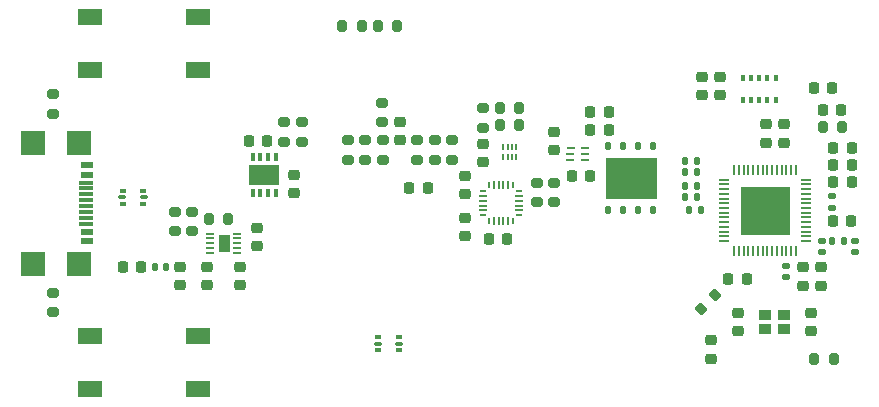
<source format=gtp>
%TF.GenerationSoftware,KiCad,Pcbnew,8.0.2*%
%TF.CreationDate,2024-06-21T01:26:05+01:00*%
%TF.ProjectId,ESP32S3_PCB_V1,45535033-3253-4335-9f50-43425f56312e,1*%
%TF.SameCoordinates,Original*%
%TF.FileFunction,Paste,Top*%
%TF.FilePolarity,Positive*%
%FSLAX46Y46*%
G04 Gerber Fmt 4.6, Leading zero omitted, Abs format (unit mm)*
G04 Created by KiCad (PCBNEW 8.0.2) date 2024-06-21 01:26:05*
%MOMM*%
%LPD*%
G01*
G04 APERTURE LIST*
G04 Aperture macros list*
%AMRoundRect*
0 Rectangle with rounded corners*
0 $1 Rounding radius*
0 $2 $3 $4 $5 $6 $7 $8 $9 X,Y pos of 4 corners*
0 Add a 4 corners polygon primitive as box body*
4,1,4,$2,$3,$4,$5,$6,$7,$8,$9,$2,$3,0*
0 Add four circle primitives for the rounded corners*
1,1,$1+$1,$2,$3*
1,1,$1+$1,$4,$5*
1,1,$1+$1,$6,$7*
1,1,$1+$1,$8,$9*
0 Add four rect primitives between the rounded corners*
20,1,$1+$1,$2,$3,$4,$5,0*
20,1,$1+$1,$4,$5,$6,$7,0*
20,1,$1+$1,$6,$7,$8,$9,0*
20,1,$1+$1,$8,$9,$2,$3,0*%
G04 Aperture macros list end*
%ADD10C,0.100000*%
%ADD11RoundRect,0.225000X0.225000X0.250000X-0.225000X0.250000X-0.225000X-0.250000X0.225000X-0.250000X0*%
%ADD12RoundRect,0.200000X-0.275000X0.200000X-0.275000X-0.200000X0.275000X-0.200000X0.275000X0.200000X0*%
%ADD13RoundRect,0.200000X0.275000X-0.200000X0.275000X0.200000X-0.275000X0.200000X-0.275000X-0.200000X0*%
%ADD14R,0.350000X0.800000*%
%ADD15R,2.500000X1.750000*%
%ADD16RoundRect,0.225000X-0.250000X0.225000X-0.250000X-0.225000X0.250000X-0.225000X0.250000X0.225000X0*%
%ADD17RoundRect,0.225000X-0.225000X-0.250000X0.225000X-0.250000X0.225000X0.250000X-0.225000X0.250000X0*%
%ADD18R,0.201598X0.634200*%
%ADD19R,0.203200X0.660400*%
%ADD20R,0.634200X0.203200*%
%ADD21R,0.660400X0.203200*%
%ADD22R,0.634200X0.201598*%
%ADD23R,0.203198X0.634200*%
%ADD24R,0.203200X0.634200*%
%ADD25RoundRect,0.200000X0.200000X0.275000X-0.200000X0.275000X-0.200000X-0.275000X0.200000X-0.275000X0*%
%ADD26R,2.100000X1.400000*%
%ADD27RoundRect,0.225000X0.250000X-0.225000X0.250000X0.225000X-0.250000X0.225000X-0.250000X-0.225000X0*%
%ADD28RoundRect,0.135000X0.135000X0.185000X-0.135000X0.185000X-0.135000X-0.185000X0.135000X-0.185000X0*%
%ADD29RoundRect,0.147500X-0.147500X-0.172500X0.147500X-0.172500X0.147500X0.172500X-0.147500X0.172500X0*%
%ADD30RoundRect,0.250000X0.285000X0.285000X-0.285000X0.285000X-0.285000X-0.285000X0.285000X-0.285000X0*%
%ADD31RoundRect,0.050000X0.350000X0.050000X-0.350000X0.050000X-0.350000X-0.050000X0.350000X-0.050000X0*%
%ADD32RoundRect,0.050000X0.050000X0.350000X-0.050000X0.350000X-0.050000X-0.350000X0.050000X-0.350000X0*%
%ADD33R,1.000000X1.000000*%
%ADD34R,0.800000X0.249999*%
%ADD35R,0.700001X0.249999*%
%ADD36RoundRect,0.147500X0.172500X-0.147500X0.172500X0.147500X-0.172500X0.147500X-0.172500X-0.147500X0*%
%ADD37RoundRect,0.140000X-0.170000X0.140000X-0.170000X-0.140000X0.170000X-0.140000X0.170000X0.140000X0*%
%ADD38R,0.300000X0.620000*%
%ADD39R,1.000000X0.900000*%
%ADD40RoundRect,0.093750X-0.156250X-0.093750X0.156250X-0.093750X0.156250X0.093750X-0.156250X0.093750X0*%
%ADD41RoundRect,0.075000X-0.250000X-0.075000X0.250000X-0.075000X0.250000X0.075000X-0.250000X0.075000X0*%
%ADD42R,2.006600X2.159000*%
%ADD43R,1.126000X0.609600*%
%ADD44R,1.143000X0.304800*%
%ADD45R,0.175000X0.600000*%
%ADD46R,0.175000X0.500000*%
%ADD47RoundRect,0.200000X-0.200000X-0.275000X0.200000X-0.275000X0.200000X0.275000X-0.200000X0.275000X0*%
%ADD48RoundRect,0.250000X0.615000X-0.435000X0.615000X0.435000X-0.615000X0.435000X-0.615000X-0.435000X0*%
%ADD49RoundRect,0.125000X0.125000X-0.250000X0.125000X0.250000X-0.125000X0.250000X-0.125000X-0.250000X0*%
%ADD50R,1.925000X1.475000*%
%ADD51RoundRect,0.200000X-0.053033X0.335876X-0.335876X0.053033X0.053033X-0.335876X0.335876X-0.053033X0*%
G04 APERTURE END LIST*
%TO.C,U7*%
D10*
X177000000Y-97100000D02*
X173000000Y-97100000D01*
X173000000Y-93100000D01*
X177000000Y-93100000D01*
X177000000Y-97100000D01*
G36*
X177000000Y-97100000D02*
G01*
X173000000Y-97100000D01*
X173000000Y-93100000D01*
X177000000Y-93100000D01*
X177000000Y-97100000D01*
G37*
%TO.C,U3*%
X129600000Y-98565000D02*
X128750000Y-98565000D01*
X128750000Y-97185000D01*
X129600000Y-97185000D01*
X129600000Y-98565000D01*
G36*
X129600000Y-98565000D02*
G01*
X128750000Y-98565000D01*
X128750000Y-97185000D01*
X129600000Y-97185000D01*
X129600000Y-98565000D01*
G37*
%TO.C,U10*%
X161497500Y-94047500D02*
X165802500Y-94047500D01*
X165802500Y-90652500D01*
X161497500Y-90652500D01*
X161497500Y-94047500D01*
G36*
X161497500Y-94047500D02*
G01*
X165802500Y-94047500D01*
X165802500Y-90652500D01*
X161497500Y-90652500D01*
X161497500Y-94047500D01*
G37*
%TD*%
D11*
%TO.C,C11*%
X161775000Y-88275000D03*
X160225000Y-88275000D03*
%TD*%
D12*
%TO.C,R23*%
X151125000Y-86450000D03*
X151125000Y-88100000D03*
%TD*%
D11*
%TO.C,C16*%
X173450000Y-100950000D03*
X171900000Y-100950000D03*
%TD*%
D13*
%TO.C,R4*%
X134300000Y-89275000D03*
X134300000Y-87625000D03*
%TD*%
D14*
%TO.C,U4*%
X133562500Y-90600000D03*
X132912500Y-90600000D03*
X132262500Y-90600000D03*
X131612500Y-90600000D03*
X131612500Y-93600000D03*
X132262500Y-93600000D03*
X132912500Y-93600000D03*
X133562500Y-93600000D03*
D15*
X132587500Y-92100000D03*
%TD*%
D16*
%TO.C,C8*%
X130550000Y-99900000D03*
X130550000Y-101450000D03*
%TD*%
D13*
%TO.C,R12*%
X142610000Y-87625000D03*
X142610000Y-85975000D03*
%TD*%
D17*
%TO.C,C17*%
X151645000Y-97510000D03*
X153195000Y-97510000D03*
%TD*%
D11*
%TO.C,C10*%
X132850000Y-89225000D03*
X131300000Y-89225000D03*
%TD*%
D18*
%TO.C,U6*%
X153649200Y-92962900D03*
D19*
X153249999Y-92976000D03*
X152850000Y-92976000D03*
X152450000Y-92976000D03*
X152050001Y-92976000D03*
D18*
X151650800Y-92962900D03*
D20*
X151112900Y-93499999D03*
D21*
X151126000Y-93900001D03*
X151126000Y-94300000D03*
X151126000Y-94700000D03*
X151126000Y-95099999D03*
D22*
X151112900Y-95499200D03*
D23*
X151650000Y-96037100D03*
D19*
X152050001Y-96024000D03*
X152450000Y-96024000D03*
X152850000Y-96024000D03*
X153249999Y-96024000D03*
D24*
X153650001Y-96037100D03*
D20*
X154187100Y-95500001D03*
D21*
X154174000Y-95099999D03*
X154174000Y-94700000D03*
X154174000Y-94300000D03*
X154174000Y-93900001D03*
D20*
X154187100Y-93499999D03*
%TD*%
D13*
%TO.C,R16*%
X155711395Y-94400000D03*
X155711395Y-92750000D03*
%TD*%
D25*
%TO.C,R31*%
X154175000Y-87900000D03*
X152525000Y-87900000D03*
%TD*%
D26*
%TO.C,BOOT*%
X117875000Y-105770000D03*
X126975000Y-105770000D03*
X117875000Y-110230000D03*
X126975000Y-110230000D03*
%TD*%
D27*
%TO.C,C31*%
X170400000Y-107665000D03*
X170400000Y-106115000D03*
%TD*%
D28*
%TO.C,R18*%
X169210000Y-91850000D03*
X168190000Y-91850000D03*
%TD*%
D17*
%TO.C,C24*%
X180775000Y-92720000D03*
X182325000Y-92720000D03*
%TD*%
D25*
%TO.C,R7*%
X129575000Y-95825000D03*
X127925000Y-95825000D03*
%TD*%
D29*
%TO.C,L3*%
X180715000Y-97700000D03*
X181685000Y-97700000D03*
%TD*%
D16*
%TO.C,C28*%
X171160000Y-83775000D03*
X171160000Y-85325000D03*
%TD*%
D12*
%TO.C,R28*%
X139675000Y-89175000D03*
X139675000Y-90825000D03*
%TD*%
D28*
%TO.C,R21*%
X169620000Y-95090000D03*
X168600000Y-95090000D03*
%TD*%
D16*
%TO.C,C12*%
X149600000Y-95750000D03*
X149600000Y-97300000D03*
%TD*%
D13*
%TO.C,R8*%
X125049998Y-96850001D03*
X125049998Y-95200001D03*
%TD*%
D30*
%TO.C,U7*%
X176330000Y-96430000D03*
X176330000Y-95100000D03*
X176330000Y-93770000D03*
X175000000Y-96430000D03*
X175000000Y-95100000D03*
X175000000Y-93770000D03*
X173670000Y-96430000D03*
X173670000Y-95100000D03*
X173670000Y-93770000D03*
D31*
X178450000Y-97700000D03*
X178450000Y-97300000D03*
X178450000Y-96900000D03*
X178450000Y-96500000D03*
X178450000Y-96100000D03*
X178450000Y-95700000D03*
X178450000Y-95300000D03*
X178450000Y-94900000D03*
X178450000Y-94500000D03*
X178450000Y-94100000D03*
X178450000Y-93700000D03*
X178450000Y-93300000D03*
X178450000Y-92900000D03*
X178450000Y-92500000D03*
D32*
X177600000Y-91650000D03*
X177200000Y-91650000D03*
X176800000Y-91650000D03*
X176400000Y-91650000D03*
X176000000Y-91650000D03*
X175600000Y-91650000D03*
X175200000Y-91650000D03*
X174800000Y-91650000D03*
X174400000Y-91650000D03*
X174000000Y-91650000D03*
X173600000Y-91650000D03*
X173200000Y-91650000D03*
X172800000Y-91650000D03*
X172400000Y-91650000D03*
D31*
X171550000Y-92500000D03*
X171550000Y-92900000D03*
X171550000Y-93300000D03*
X171550000Y-93700000D03*
X171550000Y-94100000D03*
X171550000Y-94500000D03*
X171550000Y-94900000D03*
X171550000Y-95300000D03*
X171550000Y-95700000D03*
X171550000Y-96100000D03*
X171550000Y-96500000D03*
X171550000Y-96900000D03*
X171550000Y-97300000D03*
X171550000Y-97700000D03*
D32*
X172400000Y-98550000D03*
X172800000Y-98550000D03*
X173200000Y-98550000D03*
X173600000Y-98550000D03*
X174000000Y-98550000D03*
X174400000Y-98550000D03*
X174800000Y-98550000D03*
X175200000Y-98550000D03*
X175600000Y-98550000D03*
X176000000Y-98550000D03*
X176400000Y-98550000D03*
X176800000Y-98550000D03*
X177200000Y-98550000D03*
X177600000Y-98550000D03*
D33*
X176500000Y-96600000D03*
X176500000Y-95100000D03*
X176500000Y-93600000D03*
X175000000Y-96600000D03*
X175000000Y-95100000D03*
X175000000Y-93600000D03*
X173500000Y-96600000D03*
X173500000Y-95100000D03*
X173500000Y-93600000D03*
%TD*%
D25*
%TO.C,R33*%
X154175000Y-86425000D03*
X152525000Y-86425000D03*
%TD*%
D16*
%TO.C,C29*%
X169685000Y-83775000D03*
X169685000Y-85325000D03*
%TD*%
D34*
%TO.C,U5*%
X158575000Y-89825000D03*
D35*
X158525001Y-90325000D03*
X158525001Y-90824999D03*
X159724999Y-90824999D03*
X159724999Y-90325000D03*
X159724999Y-89825001D03*
%TD*%
D17*
%TO.C,C32*%
X179925000Y-86600000D03*
X181475000Y-86600000D03*
%TD*%
D28*
%TO.C,R19*%
X169210000Y-93050000D03*
X168190000Y-93050000D03*
%TD*%
D17*
%TO.C,C25*%
X180775000Y-91260000D03*
X182325000Y-91260000D03*
%TD*%
D16*
%TO.C,C27*%
X178900000Y-103775000D03*
X178900000Y-105325000D03*
%TD*%
D17*
%TO.C,C9*%
X158625000Y-92175000D03*
X160175000Y-92175000D03*
%TD*%
%TO.C,C7*%
X179125000Y-84750000D03*
X180675000Y-84750000D03*
%TD*%
D11*
%TO.C,C14*%
X161775000Y-86810000D03*
X160225000Y-86810000D03*
%TD*%
D17*
%TO.C,C23*%
X180725000Y-96040000D03*
X182275000Y-96040000D03*
%TD*%
D27*
%TO.C,C4*%
X135120000Y-93645000D03*
X135120000Y-92095000D03*
%TD*%
D36*
%TO.C,L2*%
X176800000Y-100785000D03*
X176800000Y-99815000D03*
%TD*%
D28*
%TO.C,R20*%
X169210000Y-94000000D03*
X168190000Y-94000000D03*
%TD*%
D26*
%TO.C,RST*%
X126975000Y-83230000D03*
X117875000Y-83230000D03*
X126975000Y-78770000D03*
X117875000Y-78770000D03*
%TD*%
D12*
%TO.C,R29*%
X141149998Y-89175000D03*
X141149998Y-90825000D03*
%TD*%
D13*
%TO.C,R2*%
X114750000Y-86935000D03*
X114750000Y-85285000D03*
%TD*%
D37*
%TO.C,C21*%
X179800000Y-97695000D03*
X179800000Y-98655000D03*
%TD*%
D38*
%TO.C,Y2*%
X173100000Y-85790000D03*
X173800000Y-85790000D03*
X174500000Y-85790000D03*
X175200000Y-85790000D03*
X175900000Y-85790000D03*
X175900000Y-83910000D03*
X175200000Y-83910000D03*
X174500000Y-83910000D03*
X173800000Y-83910000D03*
X173100000Y-83910000D03*
%TD*%
D12*
%TO.C,R24*%
X142625000Y-89175000D03*
X142625000Y-90825000D03*
%TD*%
D16*
%TO.C,C15*%
X175100000Y-87825000D03*
X175100000Y-89375000D03*
%TD*%
D21*
%TO.C,U3*%
X130305300Y-98675100D03*
X130305300Y-98275050D03*
X130305300Y-97875000D03*
X130305300Y-97474950D03*
X130305300Y-97074900D03*
X128044700Y-97074900D03*
X128044700Y-97474950D03*
X128044700Y-97875000D03*
X128044700Y-98275050D03*
X128044700Y-98675100D03*
%TD*%
D39*
%TO.C,Y1*%
X176650000Y-103962000D03*
X175000000Y-103962000D03*
X175000000Y-105188000D03*
X176650000Y-105188000D03*
%TD*%
D27*
%TO.C,C30*%
X172750000Y-105325000D03*
X172750000Y-103775000D03*
%TD*%
D36*
%TO.C,L4*%
X180700000Y-94865000D03*
X180700000Y-93895000D03*
%TD*%
D16*
%TO.C,C20*%
X179725000Y-99925000D03*
X179725000Y-101475000D03*
%TD*%
D27*
%TO.C,C6*%
X132010000Y-98150000D03*
X132010000Y-96600000D03*
%TD*%
D16*
%TO.C,C13*%
X149600000Y-92200000D03*
X149600000Y-93750000D03*
%TD*%
D40*
%TO.C,U1*%
X142275000Y-105862500D03*
D41*
X142200000Y-106400000D03*
D40*
X142275000Y-106937500D03*
X143975000Y-106937500D03*
D41*
X144050000Y-106400000D03*
D40*
X143975000Y-105862500D03*
%TD*%
D12*
%TO.C,R26*%
X147049999Y-89175000D03*
X147049999Y-90825000D03*
%TD*%
D42*
%TO.C,J1*%
X116937800Y-89390000D03*
X116937800Y-99610000D03*
X113007800Y-89390000D03*
X113007800Y-99610000D03*
D43*
X117590000Y-91299999D03*
X117560000Y-92100000D03*
D44*
X117512800Y-93250000D03*
X117512800Y-94250000D03*
X117512800Y-94750000D03*
X117512800Y-95750000D03*
D43*
X117560000Y-96900000D03*
X117590000Y-97700000D03*
D44*
X117512800Y-96249999D03*
X117512800Y-95250001D03*
X117512800Y-93749999D03*
X117512800Y-92750001D03*
%TD*%
D45*
%TO.C,U8*%
X152850000Y-90550000D03*
D46*
X153200000Y-90600000D03*
X153550000Y-90600000D03*
X153900000Y-90600000D03*
X153900000Y-89700000D03*
X153550000Y-89700000D03*
X153200000Y-89700000D03*
X152850000Y-89700000D03*
%TD*%
D12*
%TO.C,R27*%
X148525000Y-89175000D03*
X148525000Y-90825000D03*
%TD*%
D27*
%TO.C,C35*%
X144100000Y-89175000D03*
X144100000Y-87625000D03*
%TD*%
D47*
%TO.C,R10*%
X139225000Y-79500000D03*
X140875000Y-79500000D03*
%TD*%
D40*
%TO.C,U2*%
X120650000Y-93462500D03*
D41*
X120575000Y-94000000D03*
D40*
X120650000Y-94537500D03*
X122350000Y-94537500D03*
D41*
X122425000Y-94000000D03*
D40*
X122350000Y-93462500D03*
%TD*%
D16*
%TO.C,C3*%
X127749999Y-99899999D03*
X127749999Y-101449999D03*
%TD*%
%TO.C,C19*%
X178250000Y-99925000D03*
X178250000Y-101475000D03*
%TD*%
D17*
%TO.C,C26*%
X180775000Y-89800000D03*
X182325000Y-89800000D03*
%TD*%
D16*
%TO.C,C5*%
X157175000Y-88450000D03*
X157175000Y-90000000D03*
%TD*%
D12*
%TO.C,R25*%
X145575000Y-89175000D03*
X145575000Y-90825000D03*
%TD*%
D28*
%TO.C,R17*%
X169210000Y-90900000D03*
X168190000Y-90900000D03*
%TD*%
D13*
%TO.C,R9*%
X126524999Y-96849999D03*
X126524999Y-95199999D03*
%TD*%
D25*
%TO.C,R34*%
X180825000Y-107650000D03*
X179175000Y-107650000D03*
%TD*%
D13*
%TO.C,R15*%
X157175000Y-94400000D03*
X157175000Y-92750000D03*
%TD*%
D29*
%TO.C,L1*%
X123340000Y-99900000D03*
X124310000Y-99900000D03*
%TD*%
D47*
%TO.C,R11*%
X142225000Y-79500000D03*
X143875000Y-79500000D03*
%TD*%
D17*
%TO.C,C34*%
X144885000Y-93180000D03*
X146435000Y-93180000D03*
%TD*%
D48*
%TO.C,U10*%
X162575000Y-93200000D03*
X164725000Y-93200000D03*
X162575000Y-91500000D03*
X164725000Y-91500000D03*
D49*
X161745000Y-95050000D03*
X163015000Y-95050000D03*
X164285000Y-95050000D03*
X165555000Y-95050000D03*
X165555000Y-89650000D03*
X164285000Y-89650000D03*
X163015000Y-89650000D03*
X161745000Y-89650000D03*
D50*
X162460000Y-93310000D03*
X164840000Y-93310000D03*
X162460000Y-91390000D03*
X164840000Y-91390000D03*
%TD*%
D37*
%TO.C,C22*%
X182600000Y-97695000D03*
X182600000Y-98655000D03*
%TD*%
D16*
%TO.C,C33*%
X151125000Y-89475000D03*
X151125000Y-91025000D03*
%TD*%
D27*
%TO.C,C18*%
X176600000Y-89375000D03*
X176600000Y-87825000D03*
%TD*%
D16*
%TO.C,C2*%
X125500000Y-99900000D03*
X125500000Y-101450000D03*
%TD*%
D13*
%TO.C,R3*%
X135775001Y-89275000D03*
X135775001Y-87625000D03*
%TD*%
D25*
%TO.C,R35*%
X181525000Y-88075000D03*
X179875000Y-88075000D03*
%TD*%
D11*
%TO.C,C1*%
X122175000Y-99900000D03*
X120625000Y-99900000D03*
%TD*%
D12*
%TO.C,R1*%
X114750000Y-102095000D03*
X114750000Y-103745000D03*
%TD*%
D51*
%TO.C,R22*%
X170783363Y-102266637D03*
X169616637Y-103433363D03*
%TD*%
M02*

</source>
